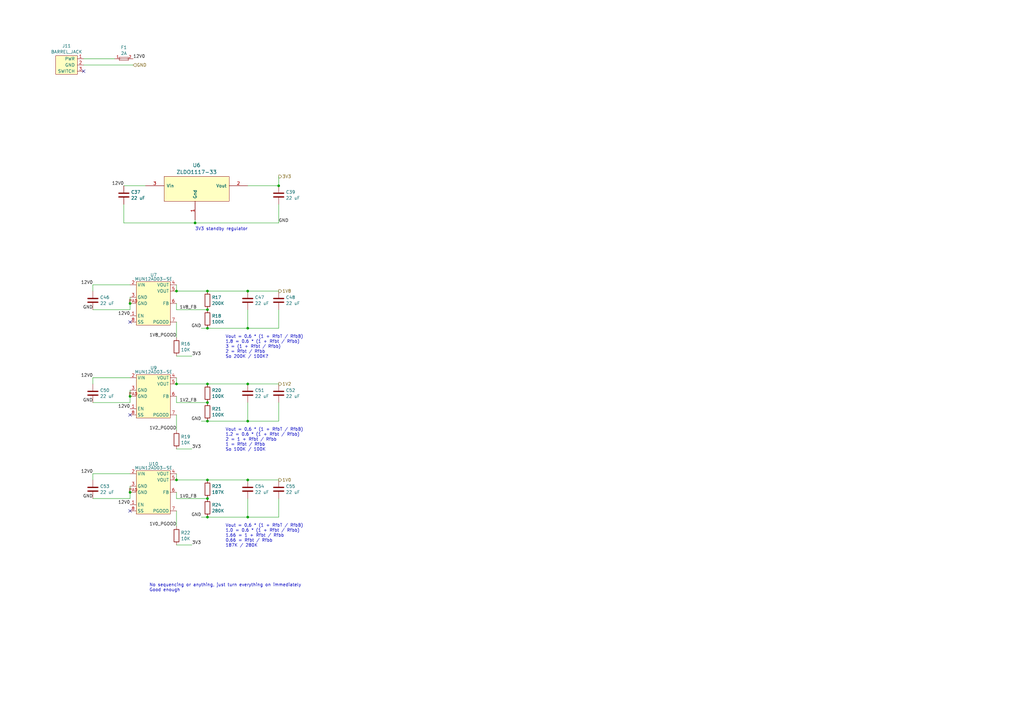
<source format=kicad_sch>
(kicad_sch (version 20231120) (generator "eeschema") (generator_version "8.0")
  (paper "A3")
  (lib_symbols
    (symbol "device:C" (pin_numbers hide) (pin_names (offset 0.254))
      (property "Reference" "C" (at 0.635 2.54 0))
      (property "Value" "C" (at 0.635 -2.54 0))
      (symbol "C_0_1"
        (polyline (pts (xy -2.032 -0.762) (xy 2.032 -0.762)) (stroke (width 0.508)))
        (polyline (pts (xy -2.032 0.762) (xy 2.032 0.762)) (stroke (width 0.508)))
      )
      (symbol "C_1_1"
        (pin passive line (at 0 3.81 270) (length 2.794) (name "~") (number "1"))
        (pin passive line (at 0 -3.81 90) (length 2.794) (name "~") (number "2"))
      )
    )
    (symbol "device:R" (pin_numbers hide) (pin_names (offset 0))
      (property "Reference" "R" (at 2.032 0 90))
      (property "Value" "R" (at 0 0 90))
      (symbol "R_0_1"
        (rectangle (start -1.016 -2.54) (end 1.016 2.54) (stroke (width 0.254)))
      )
      (symbol "R_1_1"
        (pin passive line (at 0 3.81 270) (length 1.27) (name "~") (number "1"))
        (pin passive line (at 0 -3.81 90) (length 1.27) (name "~") (number "2"))
      )
    )
    (symbol "passive-azonenberg:LDO1117-XX" (pin_names (offset 1.016))
      (property "Reference" "U?" (at 1.27 0 0))
      (property "Value" "LDO1117-XX" (at 1.27 -2.54 0))
      (symbol "LDO1117-XX_0_1"
        (rectangle (start -11.43 1.27) (end 15.24 -8.89) (fill (type background)))
      )
      (symbol "LDO1117-XX_1_1"
        (pin power_in line (at 1.27 -16.51 90) (length 7.62) (name "Gnd") (number "1"))
        (pin power_out line (at 22.86 -2.54 180) (length 7.62) (name "Vout") (number "2"))
        (pin power_in line (at -19.05 -2.54 0) (length 7.62) (name "Vin") (number "3"))
      )
    )
    (symbol "power-azonenberg:BARREL_JACK" (pin_names (offset 1.016))
      (property "Reference" "J" (at 1.27 -1.27 0))
      (property "Value" "BARREL_JACK" (at 6.35 -3.81 0))
      (symbol "BARREL_JACK_0_1"
        (rectangle (start 0 7.62) (end -8.89 0) (fill (type background)))
      )
      (symbol "BARREL_JACK_1_1"
        (pin power_out line (at 2.54 6.35 180) (length 2.54) (name "PWR") (number "1"))
        (pin power_out line (at 2.54 3.81 180) (length 2.54) (name "GND") (number "2"))
        (pin passive line (at 2.54 1.27 180) (length 2.54) (name "SWITCH") (number "3"))
      )
    )
    (symbol "power-azonenberg:FUSE_PWROUT_2" (pin_names (offset 0.254))
      (property "Reference" "F" (at 4.445 1.27 0))
      (property "Value" "FUSE_PWROUT_2" (at -0.635 -1.905 0))
      (symbol "FUSE_PWROUT_2_0_1"
        (rectangle (start -1.905 0.635) (end 1.905 -0.635))
        (polyline (pts (xy 1.905 0) (xy -1.905 0)))
      )
      (symbol "FUSE_PWROUT_2_1_1"
        (pin power_in line (at -3.81 0 0) (length 2.54) (name "~") (number "1"))
        (pin power_out line (at 3.81 0 180) (length 2.54) (name "~") (number "2"))
      )
    )
    (symbol "power-azonenberg:MUN12AD03-SE"
      (property "Reference" "U" (at 0 -3.048 0))
      (property "Value" "MUN12AD03-SE" (at 0 -1.27 0))
      (symbol "MUN12AD03-SE_1_1"
        (rectangle (start 0 17.78) (end 13.97 0) (fill (type background)))
        (pin input line (at -2.54 3.81 0) (length 2.54) (name "EN") (number "1"))
        (pin power_in line (at -2.54 16.51 0) (length 2.54) (name "VIN") (number "2"))
        (pin power_in line (at -2.54 11.43 0) (length 2.54) (name "GND") (number "3"))
        (pin power_out line (at 16.51 16.51 180) (length 2.54) (name "VOUT") (number "4"))
        (pin power_in line (at 16.51 13.97 180) (length 2.54) (name "VOUT") (number "5"))
        (pin input line (at 16.51 8.89 180) (length 2.54) (name "FB") (number "6"))
        (pin open_collector line (at 16.51 1.27 180) (length 2.54) (name "PGOOD") (number "7"))
        (pin input line (at -2.54 1.27 0) (length 2.54) (name "SS") (number "8"))
        (pin power_in line (at -2.54 8.89 0) (length 2.54) (name "GND") (number "PAD"))
      )
    )
  )
  (junction (at 72.39 157.48))
  (junction (at 85.09 157.48))
  (junction (at 72.39 196.85))
  (junction (at 114.3 76.2))
  (junction (at 85.09 196.85))
  (junction (at 101.6 134.62))
  (junction (at 53.34 201.93))
  (junction (at 101.6 157.48))
  (junction (at 85.09 127))
  (junction (at 85.09 204.47))
  (junction (at 101.6 196.85))
  (junction (at 101.6 119.38))
  (junction (at 101.6 172.72))
  (junction (at 85.09 172.72))
  (junction (at 101.6 212.09))
  (junction (at 53.34 124.46))
  (junction (at 85.09 119.38))
  (junction (at 53.34 162.56))
  (junction (at 85.09 212.09))
  (junction (at 85.09 165.1))
  (junction (at 80.01 91.44))
  (junction (at 72.39 119.38))
  (junction (at 85.09 134.62))
  (no_connect (at 53.34 170.18))
  (no_connect (at 53.34 209.55))
  (no_connect (at 34.29 29.21))
  (no_connect (at 53.34 132.08))
  (wire (pts (xy 50.8 76.2) (xy 59.69 76.2)))
  (wire (pts (xy 72.39 132.08) (xy 72.39 138.43)))
  (wire (pts (xy 82.55 134.62) (xy 85.09 134.62)))
  (wire (pts (xy 72.39 162.56) (xy 72.39 165.1)))
  (wire (pts (xy 114.3 83.82) (xy 114.3 91.44)))
  (wire (pts (xy 53.34 124.46) (xy 53.34 127)))
  (wire (pts (xy 114.3 172.72) (xy 101.6 172.72)))
  (wire (pts (xy 34.29 24.13) (xy 46.99 24.13)))
  (wire (pts (xy 72.39 124.46) (xy 72.39 127)))
  (wire (pts (xy 72.39 157.48) (xy 85.09 157.48)))
  (wire (pts (xy 85.09 119.38) (xy 101.6 119.38)))
  (wire (pts (xy 38.1 196.85) (xy 38.1 194.31)))
  (wire (pts (xy 101.6 172.72) (xy 101.6 165.1)))
  (wire (pts (xy 85.09 134.62) (xy 101.6 134.62)))
  (wire (pts (xy 53.34 160.02) (xy 53.34 162.56)))
  (wire (pts (xy 114.3 72.39) (xy 114.3 76.2)))
  (wire (pts (xy 72.39 204.47) (xy 85.09 204.47)))
  (wire (pts (xy 53.34 204.47) (xy 38.1 204.47)))
  (wire (pts (xy 72.39 209.55) (xy 72.39 215.9)))
  (wire (pts (xy 85.09 212.09) (xy 101.6 212.09)))
  (wire (pts (xy 82.55 172.72) (xy 85.09 172.72)))
  (wire (pts (xy 53.34 121.92) (xy 53.34 124.46)))
  (wire (pts (xy 82.55 212.09) (xy 85.09 212.09)))
  (wire (pts (xy 72.39 165.1) (xy 85.09 165.1)))
  (wire (pts (xy 114.3 212.09) (xy 101.6 212.09)))
  (wire (pts (xy 80.01 91.44) (xy 80.01 90.17)))
  (wire (pts (xy 53.34 165.1) (xy 38.1 165.1)))
  (wire (pts (xy 72.39 119.38) (xy 85.09 119.38)))
  (wire (pts (xy 114.3 204.47) (xy 114.3 212.09)))
  (wire (pts (xy 72.39 201.93) (xy 72.39 204.47)))
  (wire (pts (xy 72.39 223.52) (xy 78.74 223.52)))
  (wire (pts (xy 53.34 199.39) (xy 53.34 201.93)))
  (wire (pts (xy 53.34 162.56) (xy 53.34 165.1)))
  (wire (pts (xy 101.6 134.62) (xy 101.6 127)))
  (wire (pts (xy 38.1 116.84) (xy 53.34 116.84)))
  (wire (pts (xy 34.29 26.67) (xy 54.61 26.67)))
  (wire (pts (xy 72.39 154.94) (xy 72.39 157.48)))
  (wire (pts (xy 72.39 116.84) (xy 72.39 119.38)))
  (wire (pts (xy 114.3 165.1) (xy 114.3 172.72)))
  (wire (pts (xy 101.6 196.85) (xy 114.3 196.85)))
  (wire (pts (xy 85.09 157.48) (xy 101.6 157.48)))
  (wire (pts (xy 80.01 91.44) (xy 50.8 91.44)))
  (wire (pts (xy 53.34 201.93) (xy 53.34 204.47)))
  (wire (pts (xy 72.39 146.05) (xy 78.74 146.05)))
  (wire (pts (xy 38.1 157.48) (xy 38.1 154.94)))
  (wire (pts (xy 72.39 196.85) (xy 85.09 196.85)))
  (wire (pts (xy 85.09 196.85) (xy 101.6 196.85)))
  (wire (pts (xy 114.3 134.62) (xy 101.6 134.62)))
  (wire (pts (xy 72.39 170.18) (xy 72.39 176.53)))
  (wire (pts (xy 101.6 119.38) (xy 114.3 119.38)))
  (wire (pts (xy 80.01 91.44) (xy 114.3 91.44)))
  (wire (pts (xy 101.6 157.48) (xy 114.3 157.48)))
  (wire (pts (xy 114.3 127) (xy 114.3 134.62)))
  (wire (pts (xy 101.6 212.09) (xy 101.6 204.47)))
  (wire (pts (xy 72.39 127) (xy 85.09 127)))
  (wire (pts (xy 38.1 154.94) (xy 53.34 154.94)))
  (wire (pts (xy 50.8 91.44) (xy 50.8 83.82)))
  (wire (pts (xy 38.1 119.38) (xy 38.1 116.84)))
  (wire (pts (xy 72.39 194.31) (xy 72.39 196.85)))
  (wire (pts (xy 72.39 184.15) (xy 78.74 184.15)))
  (wire (pts (xy 85.09 172.72) (xy 101.6 172.72)))
  (wire (pts (xy 53.34 127) (xy 38.1 127)))
  (wire (pts (xy 101.6 76.2) (xy 114.3 76.2)))
  (wire (pts (xy 38.1 194.31) (xy 53.34 194.31)))
  (text "Vout = 0.6 * (1 + RfbT / RfbB)\n1.2 = 0.6 * (1 + Rfbt / Rfbb)\n2 = 1 + Rfbt / Rfbb\n1 = Rfbt / Rfbb\nSo 100K / 100K" (at 92.456 180.34 0) (effects (font (size 1.27 1.27)) (justify left)))
  (text "Vout = 0.6 * (1 + RfbT / RfbB)\n1.8 = 0.6 * (1 + Rfbt / Rfbb)\n3 = (1 + Rfbt / Rfbb)\n2 = Rfbt / Rfbb\nSo 200K / 100K?" (at 92.456 142.24 0) (effects (font (size 1.27 1.27)) (justify left)))
  (text "No sequencing or anything, just turn everything on immediately\nGood enough" (at 61.214 241.046 0) (effects (font (size 1.27 1.27)) (justify left)))
  (text "3V3 standby regulator" (at 80.01 93.98 0) (effects (font (size 1.27 1.27)) (justify left)))
  (text "Vout = 0.6 * (1 + RfbT / RfbB)\n1.0 = 0.6 * (1 + Rfbt / Rfbb)\n1.66 = 1 + Rfbt / Rfbb\n0.66 = Rfbt / Rfbb\n187K / 280K" (at 92.456 219.71 0) (effects (font (size 1.27 1.27)) (justify left)))
  (label "12V0" (at 38.1 154.94 180))
  (label "12V0" (at 53.34 167.64 180))
  (label "3V3" (at 78.74 146.05 0))
  (label "GND" (at 38.1 165.1 180))
  (label "GND" (at 38.1 204.47 180))
  (label "1V2_PGOOD" (at 72.39 176.53 180))
  (label "12V0" (at 54.61 24.13 0))
  (label "12V0" (at 53.34 129.54 180))
  (label "3V3" (at 78.74 184.15 0))
  (label "GND" (at 82.55 134.62 180))
  (label "GND" (at 82.55 172.72 180))
  (label "GND" (at 82.55 212.09 180))
  (label "GND" (at 38.1 127 180))
  (label "3V3" (at 78.74 223.52 0))
  (label "GND" (at 114.3 91.44 0))
  (label "1V0_FB" (at 73.66 204.47 0))
  (label "12V0" (at 38.1 116.84 180))
  (label "12V0" (at 50.8 76.2 180))
  (label "1V8_PGOOD" (at 72.39 138.43 180))
  (label "12V0" (at 38.1 194.31 180))
  (label "1V0_PGOOD" (at 72.39 215.9 180))
  (label "12V0" (at 53.34 207.01 180))
  (label "1V8_FB" (at 73.66 127 0))
  (label "1V2_FB" (at 73.66 165.1 0))
  (hierarchical_label "1V0" (shape output) (at 114.3 196.85 0))
  (hierarchical_label "GND" (shape input) (at 54.61 26.67 0))
  (hierarchical_label "1V8" (shape output) (at 114.3 119.38 0))
  (hierarchical_label "1V2" (shape output) (at 114.3 157.48 0))
  (hierarchical_label "3V3" (shape output) (at 114.3 72.39 0))
  (symbol (lib_id "device:C") (at 114.3 80.01 0) (unit 1)
    (property "Reference" "C39" (at 117.221 78.7978 0) (effects (justify left)))
    (property "Value" "22 uF" (at 117.221 81.2221 0) (effects (justify left)))
    (property "Footprint" "azonenberg_pcb:EIA_1210_CAP_NOSILK" (effects (hide yes)))
    (property "Description" "Unpolarized capacitor" (effects (hide yes)))
  )
  (symbol (lib_id "power-azonenberg:MUN12AD03-SE") (at 55.88 210.82 0) (unit 1)
    (property "Reference" "U10" (at 62.992 190.246 0))
    (property "Value" "MUN12AD03-SE" (at 62.992 191.9274 0))
    (property "Footprint" "azonenberg_pcb:MODULE_CYNTEC_MUN12AD03-SE" (effects (hide yes)))
  )
  (symbol (lib_id "device:C") (at 38.1 161.29 0) (unit 1)
    (property "Reference" "C50" (at 41.021 160.0778 0) (effects (justify left)))
    (property "Value" "22 uF" (at 41.021 162.5021 0) (effects (justify left)))
    (property "Footprint" "azonenberg_pcb:EIA_1812_CAP_NOSILK" (effects (hide yes)))
    (property "Description" "Unpolarized capacitor" (effects (hide yes)))
  )
  (symbol (lib_id "device:R") (at 72.39 180.34 0) (unit 1)
    (property "Reference" "R19" (at 74.168 179.1278 0) (effects (justify left)))
    (property "Value" "10K" (at 74.168 181.5521 0) (effects (justify left)))
    (property "Footprint" "azonenberg_pcb:EIA_0402_RES_NOSILK" (effects (hide yes)))
    (property "Description" "Resistor" (effects (hide yes)))
  )
  (symbol (lib_id "device:C") (at 101.6 123.19 0) (unit 1)
    (property "Reference" "C47" (at 104.521 121.9778 0) (effects (justify left)))
    (property "Value" "22 uF" (at 104.521 124.4021 0) (effects (justify left)))
    (property "Footprint" "azonenberg_pcb:EIA_1210_CAP_NOSILK" (effects (hide yes)))
    (property "Description" "Unpolarized capacitor" (effects (hide yes)))
  )
  (symbol (lib_id "device:C") (at 38.1 200.66 0) (unit 1)
    (property "Reference" "C53" (at 41.021 199.4478 0) (effects (justify left)))
    (property "Value" "22 uF" (at 41.021 201.8721 0) (effects (justify left)))
    (property "Footprint" "azonenberg_pcb:EIA_1812_CAP_NOSILK" (effects (hide yes)))
    (property "Description" "Unpolarized capacitor" (effects (hide yes)))
  )
  (symbol (lib_id "device:R") (at 72.39 219.71 0) (unit 1)
    (property "Reference" "R22" (at 74.168 218.4978 0) (effects (justify left)))
    (property "Value" "10K" (at 74.168 220.9221 0) (effects (justify left)))
    (property "Footprint" "azonenberg_pcb:EIA_0402_RES_NOSILK" (effects (hide yes)))
    (property "Description" "Resistor" (effects (hide yes)))
  )
  (symbol (lib_id "device:R") (at 85.09 161.29 0) (unit 1)
    (property "Reference" "R20" (at 86.868 160.0778 0) (effects (justify left)))
    (property "Value" "100K" (at 86.868 162.5021 0) (effects (justify left)))
    (property "Footprint" "azonenberg_pcb:EIA_0402_RES_NOSILK" (effects (hide yes)))
    (property "Description" "Resistor" (effects (hide yes)))
  )
  (symbol (lib_id "device:C") (at 101.6 200.66 0) (unit 1)
    (property "Reference" "C54" (at 104.521 199.4478 0) (effects (justify left)))
    (property "Value" "22 uF" (at 104.521 201.8721 0) (effects (justify left)))
    (property "Footprint" "azonenberg_pcb:EIA_1210_CAP_NOSILK" (effects (hide yes)))
    (property "Description" "Unpolarized capacitor" (effects (hide yes)))
  )
  (symbol (lib_id "device:C") (at 114.3 161.29 0) (unit 1)
    (property "Reference" "C52" (at 117.221 160.0778 0) (effects (justify left)))
    (property "Value" "22 uF" (at 117.221 162.5021 0) (effects (justify left)))
    (property "Footprint" "azonenberg_pcb:EIA_1210_CAP_NOSILK" (effects (hide yes)))
    (property "Description" "Unpolarized capacitor" (effects (hide yes)))
  )
  (symbol (lib_id "device:C") (at 114.3 123.19 0) (unit 1)
    (property "Reference" "C48" (at 117.221 121.9778 0) (effects (justify left)))
    (property "Value" "22 uF" (at 117.221 124.4021 0) (effects (justify left)))
    (property "Footprint" "azonenberg_pcb:EIA_1210_CAP_NOSILK" (effects (hide yes)))
    (property "Description" "Unpolarized capacitor" (effects (hide yes)))
  )
  (symbol (lib_id "device:C") (at 50.8 80.01 0) (unit 1)
    (property "Reference" "C37" (at 53.721 78.7978 0) (effects (justify left)))
    (property "Value" "22 uF" (at 53.721 81.2221 0) (effects (justify left)))
    (property "Footprint" "azonenberg_pcb:EIA_1210_CAP_NOSILK" (effects (hide yes)))
    (property "Description" "Unpolarized capacitor" (effects (hide yes)))
  )
  (symbol (lib_id "power-azonenberg:BARREL_JACK") (at 31.75 30.48 0) (unit 1)
    (property "Reference" "J11" (at 27.305 18.8425 0))
    (property "Value" "BARREL_JACK" (at 27.305 21.2668 0))
    (property "Footprint" "azonenberg_pcb:CONN_CUI_PJ-058BH_HIPWR_BARREL_NOSLOT" (effects (hide yes)))
  )
  (symbol (lib_id "device:C") (at 101.6 161.29 0) (unit 1)
    (property "Reference" "C51" (at 104.521 160.0778 0) (effects (justify left)))
    (property "Value" "22 uF" (at 104.521 162.5021 0) (effects (justify left)))
    (property "Footprint" "azonenberg_pcb:EIA_1210_CAP_NOSILK" (effects (hide yes)))
    (property "Description" "Unpolarized capacitor" (effects (hide yes)))
  )
  (symbol (lib_id "device:R") (at 85.09 200.66 0) (unit 1)
    (property "Reference" "R23" (at 86.868 199.4478 0) (effects (justify left)))
    (property "Value" "187K" (at 86.868 201.8721 0) (effects (justify left)))
    (property "Footprint" "azonenberg_pcb:EIA_0402_RES_NOSILK" (effects (hide yes)))
    (property "Description" "Resistor" (effects (hide yes)))
  )
  (symbol (lib_id "device:R") (at 72.39 142.24 0) (unit 1)
    (property "Reference" "R16" (at 74.168 141.0278 0) (effects (justify left)))
    (property "Value" "10K" (at 74.168 143.4521 0) (effects (justify left)))
    (property "Footprint" "azonenberg_pcb:EIA_0402_RES_NOSILK" (effects (hide yes)))
    (property "Description" "Resistor" (effects (hide yes)))
  )
  (symbol (lib_id "passive-azonenberg:LDO1117-XX") (at 78.74 73.66 0) (unit 1)
    (property "Reference" "U6" (at 80.645 67.7596 0) (effects (font (size 1.524 1.524))))
    (property "Value" "ZLDO1117-33" (at 80.645 70.5925 0) (effects (font (size 1.524 1.524))))
    (property "Footprint" "azonenberg_pcb:SOT223-4" (effects (hide yes)))
  )
  (symbol (lib_id "device:R") (at 85.09 123.19 0) (unit 1)
    (property "Reference" "R17" (at 86.868 121.9778 0) (effects (justify left)))
    (property "Value" "200K" (at 86.868 124.4021 0) (effects (justify left)))
    (property "Footprint" "azonenberg_pcb:EIA_0402_RES_NOSILK" (effects (hide yes)))
    (property "Description" "Resistor" (effects (hide yes)))
  )
  (symbol (lib_id "device:C") (at 114.3 200.66 0) (unit 1)
    (property "Reference" "C55" (at 117.221 199.4478 0) (effects (justify left)))
    (property "Value" "22 uF" (at 117.221 201.8721 0) (effects (justify left)))
    (property "Footprint" "azonenberg_pcb:EIA_1210_CAP_NOSILK" (effects (hide yes)))
    (property "Description" "Unpolarized capacitor" (effects (hide yes)))
  )
  (symbol (lib_id "device:C") (at 38.1 123.19 0) (unit 1)
    (property "Reference" "C46" (at 41.021 121.9778 0) (effects (justify left)))
    (property "Value" "22 uF" (at 41.021 124.4021 0) (effects (justify left)))
    (property "Footprint" "azonenberg_pcb:EIA_1812_CAP_NOSILK" (effects (hide yes)))
    (property "Description" "Unpolarized capacitor" (effects (hide yes)))
  )
  (symbol (lib_id "power-azonenberg:MUN12AD03-SE") (at 55.88 171.45 0) (unit 1)
    (property "Reference" "U9" (at 62.992 150.876 0))
    (property "Value" "MUN12AD03-SE" (at 62.992 152.5574 0))
    (property "Footprint" "azonenberg_pcb:MODULE_CYNTEC_MUN12AD03-SE" (effects (hide yes)))
  )
  (symbol (lib_id "device:R") (at 85.09 168.91 0) (unit 1)
    (property "Reference" "R21" (at 86.868 167.6978 0) (effects (justify left)))
    (property "Value" "100K" (at 86.868 170.1221 0) (effects (justify left)))
    (property "Footprint" "azonenberg_pcb:EIA_0402_RES_NOSILK" (effects (hide yes)))
    (property "Description" "Resistor" (effects (hide yes)))
  )
  (symbol (lib_id "device:R") (at 85.09 208.28 0) (unit 1)
    (property "Reference" "R24" (at 86.868 207.0678 0) (effects (justify left)))
    (property "Value" "280K" (at 86.868 209.4921 0) (effects (justify left)))
    (property "Footprint" "azonenberg_pcb:EIA_0402_RES_NOSILK" (effects (hide yes)))
    (property "Description" "Resistor" (effects (hide yes)))
  )
  (symbol (lib_id "device:R") (at 85.09 130.81 0) (unit 1)
    (property "Reference" "R18" (at 86.868 129.5978 0) (effects (justify left)))
    (property "Value" "100K" (at 86.868 132.0221 0) (effects (justify left)))
    (property "Footprint" "azonenberg_pcb:EIA_0402_RES_NOSILK" (effects (hide yes)))
    (property "Description" "Resistor" (effects (hide yes)))
  )
  (symbol (lib_id "power-azonenberg:MUN12AD03-SE") (at 55.88 133.35 0) (unit 1)
    (property "Reference" "U7" (at 62.992 112.776 0))
    (property "Value" "MUN12AD03-SE" (at 62.992 114.4574 0))
    (property "Footprint" "azonenberg_pcb:MODULE_CYNTEC_MUN12AD03-SE" (effects (hide yes)))
  )
  (symbol (lib_id "power-azonenberg:FUSE_PWROUT_2") (at 50.8 24.13 0) (unit 1)
    (property "Reference" "F1" (at 50.8 19.4775 0))
    (property "Value" "2A" (at 50.8 21.9018 0))
    (property "Footprint" "azonenberg_pcb:EIA_0402_RES_NOSILK" (effects (hide yes)))
  )
)
</source>
